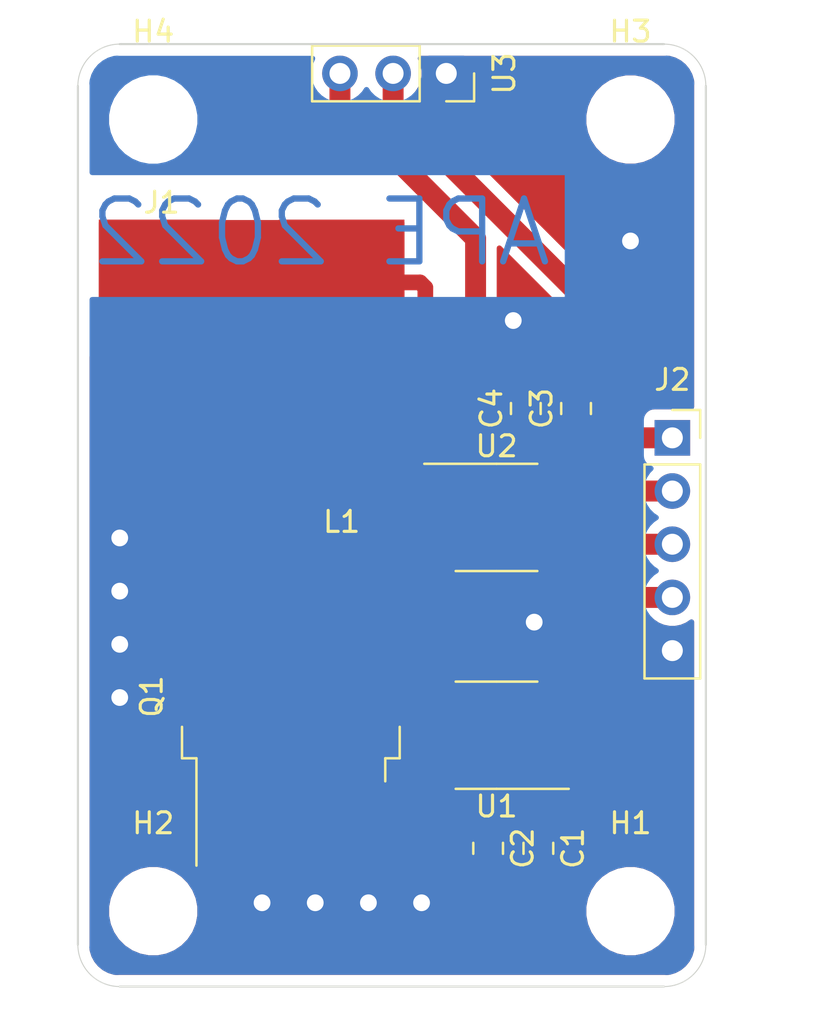
<source format=kicad_pcb>
(kicad_pcb (version 20211014) (generator pcbnew)
  (layers (0 "F.Cu" signal) (31 "B.Cu" signal) (34 "B.Paste" user) (35 "F.Paste" user) (36 "B.SilkS" user "B.Silkscreen") (37 "F.SilkS" user "F.Silkscreen") (38 "B.Mask" user) (39 "F.Mask" user) (44 "Edge.Cuts" user))
  (net 0 "")
  (net 1 "+12V")
  (net 2 "GND")
  (net 3 "Net-(Q1-Pad1)")
  (net 4 "Net-(U1-Pad1)")
  (net 5 "+3V3")
  (net 6 "Net-(Q1-Pad8)")
  (net 7 "IN_A")
  (net 8 "A_CUR")
  (net 9 "Net-(U2-Pad6)")
  (net 10 "A_TEMP")
  (net 11 "Net-(L1-Pad1)")
  (net 12 "Net-(U1-Pad5)")
  (net 13 "Net-(H1-Pad1)")
  (net 14 "Net-(H2-Pad1)")
  (net 15 "Net-(H3-Pad1)")
  (net 16 "Net-(H4-Pad1)")
  (footprint "Capacitor_SMD:C_0805_2012Metric_Pad1.15x1.40mm_HandSolder" (layer "F.Cu") (at 129.6 128.8 -90)
    (fp_text reference "C1" (at 0 -1.65 90) (layer "F.SilkS"))
    (fp_text value ".1 uF")
    (fp_line (start -0.261252 -0.71) (end 0.261252 -0.71) (layer "F.SilkS") (width 0.12))
    (fp_line (start -0.261252 0.71) (end 0.261252 0.71) (layer "F.SilkS") (width 0.12))
    (pad "1" smd roundrect locked (at -1.025 0 270) (size 1.15 1.4) (layers "F.Cu" "F.Paste" "F.Mask") (roundrect_rratio 0.217391) (net 1 "+12V"))
    (pad "2" smd roundrect locked (at 1.025 0 270) (size 1.15 1.4) (layers "F.Cu" "F.Paste" "F.Mask") (roundrect_rratio 0.217391) (net 2 "GND"))
  )
  (footprint "Capacitor_SMD:C_0805_2012Metric_Pad1.15x1.40mm_HandSolder" (layer "F.Cu") (at 127.2 128.8 -90)
    (fp_text reference "C2" (at 0 -1.65 90) (layer "F.SilkS"))
    (fp_text value "1 uF")
    (fp_line (start -0.261252 0.71) (end 0.261252 0.71) (layer "F.SilkS") (width 0.12))
    (fp_line (start -0.261252 -0.71) (end 0.261252 -0.71) (layer "F.SilkS") (width 0.12))
    (pad "1" smd roundrect locked (at -1.025 0 270) (size 1.15 1.4) (layers "F.Cu" "F.Paste" "F.Mask") (roundrect_rratio 0.217391) (net 1 "+12V"))
    (pad "2" smd roundrect locked (at 1.025 0 270) (size 1.15 1.4) (layers "F.Cu" "F.Paste" "F.Mask") (roundrect_rratio 0.217391) (net 2 "GND"))
  )
  (footprint "Capacitor_SMD:C_0805_2012Metric_Pad1.15x1.40mm_HandSolder" (layer "F.Cu") (at 131.4 107.8 90)
    (fp_text reference "C3" (at 0 -1.65 90) (layer "F.SilkS"))
    (fp_text value ".1 uF")
    (fp_line (start -0.261252 -0.71) (end 0.261252 -0.71) (layer "F.SilkS") (width 0.12))
    (fp_line (start -0.261252 0.71) (end 0.261252 0.71) (layer "F.SilkS") (width 0.12))
    (pad "1" smd roundrect locked (at -1.025 0 90) (size 1.15 1.4) (layers "F.Cu" "F.Paste" "F.Mask") (roundrect_rratio 0.217391) (net 5 "+3V3"))
    (pad "2" smd roundrect locked (at 1.025 0 90) (size 1.15 1.4) (layers "F.Cu" "F.Paste" "F.Mask") (roundrect_rratio 0.217391) (net 2 "GND"))
  )
  (footprint "Capacitor_SMD:C_0805_2012Metric_Pad1.15x1.40mm_HandSolder" (layer "F.Cu") (at 129 107.8 90)
    (fp_text reference "C4" (at 0 -1.65 90) (layer "F.SilkS"))
    (fp_text value "1 uF")
    (fp_line (start -0.261252 0.71) (end 0.261252 0.71) (layer "F.SilkS") (width 0.12))
    (fp_line (start -0.261252 -0.71) (end 0.261252 -0.71) (layer "F.SilkS") (width 0.12))
    (pad "1" smd roundrect locked (at -1.025 0 90) (size 1.15 1.4) (layers "F.Cu" "F.Paste" "F.Mask") (roundrect_rratio 0.217391) (net 5 "+3V3"))
    (pad "2" smd roundrect locked (at 1.025 0 90) (size 1.15 1.4) (layers "F.Cu" "F.Paste" "F.Mask") (roundrect_rratio 0.217391) (net 2 "GND"))
  )
  (footprint "MountingHole:MountingHole_3.2mm_M3" (layer "F.Cu") (at 134 131.8)
    (fp_text reference "H1" (at 0 -4.2) (layer "F.SilkS"))
    (fp_text value "MountingHole_Pad")
    (pad "" np_thru_hole circle locked (at 0 0) (size 3.2 3.2) (drill 3.2) (layers *.Cu *.Mask) (net 13 "Net-(H1-Pad1)"))
  )
  (footprint "MountingHole:MountingHole_3.2mm_M3" (layer "F.Cu") (at 111.2 131.8)
    (fp_text reference "H2" (at 0 -4.2) (layer "F.SilkS"))
    (fp_text value "MountingHole_Pad")
    (pad "" np_thru_hole circle locked (at 0 0) (size 3.2 3.2) (drill 3.2) (layers *.Cu *.Mask) (net 14 "Net-(H2-Pad1)"))
  )
  (footprint "MountingHole:MountingHole_3.2mm_M3" (layer "F.Cu") (at 134 94)
    (fp_text reference "H3" (at 0 -4.2) (layer "F.SilkS"))
    (fp_text value "MountingHole_Pad")
    (pad "" np_thru_hole circle locked (at 0 0) (size 3.2 3.2) (drill 3.2) (layers *.Cu *.Mask) (net 15 "Net-(H3-Pad1)"))
  )
  (footprint "MountingHole:MountingHole_3.2mm_M3" (layer "F.Cu") (at 111.2 94)
    (fp_text reference "H4" (at 0 -4.2) (layer "F.SilkS"))
    (fp_text value "MountingHole_Pad")
    (pad "" np_thru_hole circle locked (at 0 0) (size 3.2 3.2) (drill 3.2) (layers *.Cu *.Mask) (net 16 "Net-(H4-Pad1)"))
  )
  (footprint "te:2x6mmsquare" (layer "F.Cu") (at 111.6 101.78)
    (fp_text reference "J1" (at 0 -3.81) (layer "F.SilkS"))
    (fp_text value "Conn_01x02_Female")
    (pad "1" smd rect locked (at 0 0) (size 6 6) (layers "F.Cu" "F.Mask") (net 1 "+12V"))
    (pad "2" smd rect locked (at 0 7.62) (size 6 6) (layers "F.Cu" "F.Mask") (net 2 "GND"))
  )
  (footprint "Connector_PinSocket_2.54mm:PinSocket_1x05_P2.54mm_Vertical" (layer "F.Cu") (at 136 109.2)
    (fp_text reference "J2" (at 0 -2.77) (layer "F.SilkS"))
    (fp_text value "Conn_01x05_Male")
    (fp_line (start 1.33 1.27) (end 1.33 11.49) (layer "F.SilkS") (width 0.12))
    (fp_line (start 1.33 -1.33) (end 1.33 0) (layer "F.SilkS") (width 0.12))
    (fp_line (start -1.33 1.27) (end 1.33 1.27) (layer "F.SilkS") (width 0.12))
    (fp_line (start -1.33 11.49) (end 1.33 11.49) (layer "F.SilkS") (width 0.12))
    (fp_line (start -1.33 1.27) (end -1.33 11.49) (layer "F.SilkS") (width 0.12))
    (fp_line (start 0 -1.33) (end 1.33 -1.33) (layer "F.SilkS") (width 0.12))
    (pad "1" thru_hole rect locked (at 0 0) (size 1.7 1.7) (drill 1) (layers *.Cu *.Mask) (net 10 "A_TEMP"))
    (pad "2" thru_hole oval locked (at 0 2.54) (size 1.7 1.7) (drill 1) (layers *.Cu *.Mask) (net 5 "+3V3"))
    (pad "3" thru_hole oval locked (at 0 5.08) (size 1.7 1.7) (drill 1) (layers *.Cu *.Mask) (net 8 "A_CUR"))
    (pad "4" thru_hole oval locked (at 0 7.62) (size 1.7 1.7) (drill 1) (layers *.Cu *.Mask) (net 7 "IN_A"))
    (pad "5" thru_hole oval locked (at 0 10.16) (size 1.7 1.7) (drill 1) (layers *.Cu *.Mask) (net 2 "GND"))
  )
  (footprint "Package_TO_SOT_SMD:TO-263-7_TabPin8" (layer "F.Cu") (at 117.775 121.55 90)
    (fp_text reference "Q1" (at 0 -6.65 90) (layer "F.SilkS"))
    (fp_text value "C3M0065090J")
    (fp_line (start -2.95 -5.2) (end -2.95 -4.51) (layer "F.SilkS") (width 0.12))
    (fp_line (start -2.95 4.51) (end -4.05 4.51) (layer "F.SilkS") (width 0.12))
    (fp_line (start -2.95 5.2) (end -2.95 4.51) (layer "F.SilkS") (width 0.12))
    (fp_line (start -1.45 5.2) (end -2.95 5.2) (layer "F.SilkS") (width 0.12))
    (fp_line (start -1.45 -5.2) (end -2.95 -5.2) (layer "F.SilkS") (width 0.12))
    (fp_line (start -2.95 -4.51) (end -8.075 -4.51) (layer "F.SilkS") (width 0.12))
    (pad "1" smd rect locked (at -5.775 -3.81 90) (size 4.6 0.8) (layers "F.Cu" "F.Paste" "F.Mask") (net 3 "Net-(Q1-Pad1)"))
    (pad "2" smd rect locked (at -5.775 -2.54 90) (size 4.6 0.8) (layers "F.Cu" "F.Paste" "F.Mask") (net 2 "GND"))
    (pad "3" smd rect locked (at -5.775 -1.27 90) (size 4.6 0.8) (layers "F.Cu" "F.Paste" "F.Mask") (net 2 "GND"))
    (pad "4" smd rect locked (at -5.775 0 90) (size 4.6 0.8) (layers "F.Cu" "F.Paste" "F.Mask") (net 2 "GND"))
    (pad "5" smd rect locked (at -5.775 1.27 90) (size 4.6 0.8) (layers "F.Cu" "F.Paste" "F.Mask") (net 2 "GND"))
    (pad "6" smd rect locked (at -5.775 2.54 90) (size 4.6 0.8) (layers "F.Cu" "F.Paste" "F.Mask") (net 2 "GND"))
    (pad "7" smd rect locked (at -5.775 3.81 90) (size 4.6 0.8) (layers "F.Cu" "F.Paste" "F.Mask") (net 2 "GND"))
    (pad "8" smd rect locked (at 3.375 0 90) (size 9.4 10.8) (layers "F.Cu" "F.Mask") (net 6 "Net-(Q1-Pad8)"))
  )
  (footprint "Package_SO:SOIC-8_3.9x4.9mm_P1.27mm" (layer "F.Cu") (at 127.6 113)
    (fp_text reference "U2" (at 0 -3.4) (layer "F.SilkS"))
    (fp_text value "TMCS1107A1BQDR")
    (fp_line (start 0 -2.56) (end -3.45 -2.56) (layer "F.SilkS") (width 0.12))
    (fp_line (start 0 -2.56) (end 1.95 -2.56) (layer "F.SilkS") (width 0.12))
    (fp_line (start 0 2.56) (end 1.95 2.56) (layer "F.SilkS") (width 0.12))
    (fp_line (start 0 2.56) (end -1.95 2.56) (layer "F.SilkS") (width 0.12))
    (pad "1" smd roundrect locked (at -2.475 -1.905) (size 1.95 0.6) (layers "F.Cu" "F.Paste" "F.Mask") (net 11 "Net-(L1-Pad1)"))
    (pad "2" smd roundrect locked (at -2.475 -0.635) (size 1.95 0.6) (layers "F.Cu" "F.Paste" "F.Mask") (net 11 "Net-(L1-Pad1)"))
    (pad "3" smd roundrect locked (at -2.475 0.635) (size 1.95 0.6) (layers "F.Cu" "F.Paste" "F.Mask") (net 6 "Net-(Q1-Pad8)"))
    (pad "4" smd roundrect locked (at -2.475 1.905) (size 1.95 0.6) (layers "F.Cu" "F.Paste" "F.Mask") (net 6 "Net-(Q1-Pad8)"))
    (pad "5" smd roundrect locked (at 2.475 1.905) (size 1.95 0.6) (layers "F.Cu" "F.Paste" "F.Mask") (net 2 "GND"))
    (pad "6" smd roundrect locked (at 2.475 0.635) (size 1.95 0.6) (layers "F.Cu" "F.Paste" "F.Mask") (net 9 "Net-(U2-Pad6)"))
    (pad "7" smd roundrect locked (at 2.475 -0.635) (size 1.95 0.6) (layers "F.Cu" "F.Paste" "F.Mask") (net 8 "A_CUR"))
    (pad "8" smd roundrect locked (at 2.475 -1.905) (size 1.95 0.6) (layers "F.Cu" "F.Paste" "F.Mask") (net 5 "+3V3"))
  )
  (footprint "Connector_PinSocket_2.54mm:PinSocket_1x03_P2.54mm_Vertical" (layer "F.Cu") (at 125.2 91.8 -90)
    (fp_text reference "U3" (at 0 -2.77 90) (layer "F.SilkS"))
    (fp_text value "DS18B20")
    (fp_line (start -1.33 6.41) (end 1.33 6.41) (layer "F.SilkS") (width 0.12))
    (fp_line (start -1.33 1.27) (end -1.33 6.41) (layer "F.SilkS") (width 0.12))
    (fp_line (start 1.33 -1.33) (end 1.33 0) (layer "F.SilkS") (width 0.12))
    (fp_line (start 1.33 1.27) (end 1.33 6.41) (layer "F.SilkS") (width 0.12))
    (fp_line (start -1.33 1.27) (end 1.33 1.27) (layer "F.SilkS") (width 0.12))
    (fp_line (start 0 -1.33) (end 1.33 -1.33) (layer "F.SilkS") (width 0.12))
    (pad "1" thru_hole rect locked (at 0 0 270) (size 1.7 1.7) (drill 1) (layers *.Cu *.Mask) (net 2 "GND"))
    (pad "2" thru_hole oval locked (at 0 2.54 270) (size 1.7 1.7) (drill 1) (layers *.Cu *.Mask) (net 10 "A_TEMP"))
    (pad "3" thru_hole oval locked (at 0 5.08 270) (size 1.7 1.7) (drill 1) (layers *.Cu *.Mask) (net 5 "+3V3"))
  )
  (footprint "te:2x6mmsquare" (layer "F.Cu") (at 120.2 109.4 180)
    (fp_text reference "L1" (at 0 -3.81) (layer "F.SilkS"))
    (fp_text value "INDUCTOR")
    (pad "1" smd rect locked (at 0 0 180) (size 6 6) (layers "F.Cu" "F.Mask") (net 11 "Net-(L1-Pad1)"))
    (pad "2" smd rect locked (at 0 7.62 180) (size 6 6) (layers "F.Cu" "F.Mask") (net 1 "+12V"))
  )
  (footprint "Package_SO:SO-8_3.9x4.9mm_P1.27mm" (layer "F.Cu") (at 127.6 123.4 180)
    (fp_text reference "U1" (at 0 -3.4) (layer "F.SilkS"))
    (fp_text value "MCP14A0304xMNY")
    (fp_line (start 0 2.56) (end -1.95 2.56) (layer "F.SilkS") (width 0.12))
    (fp_line (start 0 2.56) (end 1.95 2.56) (layer "F.SilkS") (width 0.12))
    (fp_line (start 0 -2.56) (end -3.45 -2.56) (layer "F.SilkS") (width 0.12))
    (fp_line (start 0 -2.56) (end 1.95 -2.56) (layer "F.SilkS") (width 0.12))
    (pad "1" smd roundrect locked (at -2.575 -1.905 180) (size 1.75 0.6) (layers "F.Cu" "F.Paste" "F.Mask") (net 4 "Net-(U1-Pad1)"))
    (pad "2" smd roundrect locked (at -2.575 -0.635 180) (size 1.75 0.6) (layers "F.Cu" "F.Paste" "F.Mask") (net 7 "IN_A"))
    (pad "3" smd roundrect locked (at -2.575 0.635 180) (size 1.75 0.6) (layers "F.Cu" "F.Paste" "F.Mask") (net 2 "GND"))
    (pad "4" smd roundrect locked (at -2.575 1.905 180) (size 1.75 0.6) (layers "F.Cu" "F.Paste" "F.Mask") (net 2 "GND"))
    (pad "5" smd roundrect locked (at 2.575 1.905 180) (size 1.75 0.6) (layers "F.Cu" "F.Paste" "F.Mask") (net 12 "Net-(U1-Pad5)"))
    (pad "6" smd roundrect locked (at 2.575 0.635 180) (size 1.75 0.6) (layers "F.Cu" "F.Paste" "F.Mask") (net 1 "+12V"))
    (pad "7" smd roundrect locked (at 2.575 -0.635 180) (size 1.75 0.6) (layers "F.Cu" "F.Paste" "F.Mask") (net 3 "Net-(Q1-Pad1)"))
    (pad "8" smd roundrect locked (at 2.575 -1.905 180) (size 1.75 0.6) (layers "F.Cu" "F.Paste" "F.Mask") (net 2 "GND"))
  )
  (gr_arc (start 109.6 135.4) (mid 108.185786 134.814214) (end 107.6 133.4) (layer "Edge.Cuts") (width 0.05))
  (gr_line (start 107.6 133.4) (end 107.6 92.4) (layer "Edge.Cuts") (width 0.1))
  (gr_line (start 135.6 135.4) (end 109.6 135.4) (layer "Edge.Cuts") (width 0.1))
  (gr_arc (start 137.6 133.4) (mid 137.014214 134.814214) (end 135.6 135.4) (layer "Edge.Cuts") (width 0.05))
  (gr_arc (start 135.6 90.4) (mid 137.014214 90.985786) (end 137.6 92.4) (layer "Edge.Cuts") (width 0.05))
  (gr_line (start 137.6 92.4) (end 137.6 133.4) (layer "Edge.Cuts") (width 0.1))
  (gr_arc (start 107.6 92.4) (mid 108.185786 90.985786) (end 109.6 90.4) (layer "Edge.Cuts") (width 0.05))
  (gr_line (start 109.6 90.4) (end 135.6 90.4) (layer "Edge.Cuts") (width 0.1))
  (gr_text "APE 2022" (at 119.2 99.4) (layer "B.Cu") (effects (font (size 3 3) (thickness 0.3)) (justify mirror)))
  (segment (start 125.025 122.765) (end 125.947214 122.765) (width 0.75) (layer "F.Cu") (net 1))
  (segment (start 126.88141 121.830804) (end 125.947214 122.765) (width 0.75) (layer "F.Cu") (net 1))
  (segment (start 127.2 127.2) (end 127.2 127.775) (width 0.75) (layer "F.Cu") (net 1))
  (segment (start 120.2 101.78) (end 123.95 101.78) (width 0.75) (layer "F.Cu") (net 1))
  (segment (start 125.947214 122.765) (end 127.2 124.017786) (width 0.75) (layer "F.Cu") (net 1))
  (segment (start 126.88141 110.559196) (end 126.88141 121.830804) (width 0.75) (layer "F.Cu") (net 1))
  (segment (start 125.947214 122.765) (end 125.9 122.765) (width 0.75) (layer "F.Cu") (net 1))
  (segment (start 127.2 124.017786) (end 127.2 127.2) (width 0.75) (layer "F.Cu") (net 1))
  (segment (start 123.95 101.78) (end 124.2 102.03) (width 0.75) (layer "F.Cu") (net 1))
  (segment (start 125.9 122.765) (end 125.025 122.765) (width 0.75) (layer "F.Cu") (net 1))
  (segment (start 124.2 102.03) (end 124.2 107.877786) (width 0.75) (layer "F.Cu") (net 1))
  (segment (start 124.2 107.877786) (end 126.88141 110.559196) (width 0.75) (layer "F.Cu") (net 1))
  (segment (start 129.6 127.775) (end 127.2 127.775) (width 1) (layer "F.Cu") (net 1))
  (via (at 116.4 131.4) (size 1.6) (drill 0.8) (layers "F.Cu" "B.Cu") (net 2))
  (via (at 118.94 131.4) (size 1.6) (drill 0.8) (layers "F.Cu" "B.Cu") (net 2))
  (via (at 121.48 131.4) (size 1.6) (drill 0.8) (layers "F.Cu" "B.Cu") (net 2))
  (via (at 124.02 131.4) (size 1.6) (drill 0.8) (layers "F.Cu" "B.Cu") (net 2))
  (via (at 109.6 119.06) (size 1.6) (drill 0.8) (layers "F.Cu" "B.Cu") (net 2))
  (via (at 109.6 121.6) (size 1.6) (drill 0.8) (layers "F.Cu" "B.Cu") (net 2))
  (via (at 109.6 113.98) (size 1.6) (drill 0.8) (layers "F.Cu" "B.Cu") (net 2))
  (via (at 109.6 116.52) (size 1.6) (drill 0.8) (layers "F.Cu" "B.Cu") (net 2))
  (via (at 128.4 103.6) (size 1.6) (drill 0.8) (layers "F.Cu" "B.Cu") (net 2))
  (via (at 134 99.8) (size 1.6) (drill 0.8) (layers "F.Cu" "B.Cu") (net 2))
  (via (at 129.4 118) (size 1.6) (drill 0.8) (layers "F.Cu" "B.Cu") (net 2))
  (segment (start 125.025 124.035) (end 114.205 124.035) (width 0.75) (layer "F.Cu") (net 3))
  (segment (start 113.965 124.275) (end 113.965 127.325) (width 0.75) (layer "F.Cu") (net 3))
  (segment (start 114.205 124.035) (end 113.965 124.275) (width 0.75) (layer "F.Cu") (net 3))
  (segment (start 122.24 95.32) (end 120.12 95.32) (width 1) (layer "F.Cu") (net 5))
  (segment (start 129 108.825) (end 128.3 108.825) (width 1) (layer "F.Cu") (net 5))
  (segment (start 120.12 95.32) (end 120.12 91.8) (width 1) (layer "F.Cu") (net 5))
  (segment (start 126.6 99.68) (end 122.24 95.32) (width 1) (layer "F.Cu") (net 5))
  (segment (start 131.4 108.825) (end 129 108.825) (width 0.75) (layer "F.Cu") (net 5))
  (segment (start 130.075 111.095) (end 130.075 110.15) (width 0.75) (layer "F.Cu") (net 5))
  (segment (start 126.6 107.125) (end 126.6 99.68) (width 1) (layer "F.Cu") (net 5))
  (segment (start 131.4 108.825) (end 134.315 111.74) (width 1) (layer "F.Cu") (net 5))
  (segment (start 128.825 108.825) (end 129 108.825) (width 1) (layer "F.Cu") (net 5))
  (segment (start 128.3 108.825) (end 126.6 107.125) (width 1) (layer "F.Cu") (net 5))
  (segment (start 134.315 111.74) (end 136 111.74) (width 1) (layer "F.Cu") (net 5))
  (segment (start 131.775 109.2) (end 131.4 108.825) (width 1) (layer "F.Cu") (net 5))
  (segment (start 130.075 110.15) (end 131.4 108.825) (width 0.75) (layer "F.Cu") (net 5))
  (segment (start 133.78 116.82) (end 136 116.82) (width 1) (layer "F.Cu") (net 7))
  (segment (start 132.6 122.70899) (end 132.6 118) (width 1) (layer "F.Cu") (net 7))
  (segment (start 132.6 118) (end 133.78 116.82) (width 1) (layer "F.Cu") (net 7))
  (segment (start 130.175 124.035) (end 131.27399 124.035) (width 1) (layer "F.Cu") (net 7))
  (segment (start 131.27399 124.035) (end 132.6 122.70899) (width 1) (layer "F.Cu") (net 7))
  (segment (start 133.28 114.28) (end 131.8 112.8) (width 1) (layer "F.Cu") (net 8))
  (segment (start 131.70899 112.8) (end 131.2854 112.37641) (width 1) (layer "F.Cu") (net 8))
  (segment (start 131.2854 112.37641) (end 130.075 112.37641) (width 1) (layer "F.Cu") (net 8))
  (segment (start 131.8 112.8) (end 131.70899 112.8) (width 1) (layer "F.Cu") (net 8))
  (segment (start 136 114.28) (end 133.28 114.28) (width 1) (layer "F.Cu") (net 8))
  (segment (start 133.4 108.6) (end 134 109.2) (width 1) (layer "F.Cu") (net 10))
  (segment (start 122.66 91.8) (end 122.66 93.46) (width 1) (layer "F.Cu") (net 10))
  (segment (start 122.66 93.46) (end 133.4 104.2) (width 1) (layer "F.Cu") (net 10))
  (segment (start 134 109.2) (end 136 109.2) (width 1) (layer "F.Cu") (net 10))
  (segment (start 133.4 104.2) (end 133.4 108.6) (width 1) (layer "F.Cu") (net 10))
  (zone (net 2) (net_name "GND") (layer "F.Cu") (connect_pads yes (clearance 0.508)) (min_thickness 0.254) (fill yes (thermal_gap 0.508) (thermal_bridge_width 0.508))
    (polygon (pts (xy 140.2 136.4) (xy 105.6 136.1) (xy 106.4 89.8) (xy 139.4 89.6)))
  )
  (zone (net 0) (net_name "") (layer "F.Cu") (connect_pads yes (clearance 0)) (min_thickness 0.254)
    (keepout (tracks not_allowed) (vias not_allowed) (pads allowed) (copperpour not_allowed) (footprints allowed))
    (fill (thermal_gap 0.508) (thermal_bridge_width 0.508))
    (polygon (pts (xy 132.4 114.6) (xy 133 115) (xy 134.8 115) (xy 135.2 115.4) (xy 135.6 115.6) (xy 134.8 115.8) (xy 134.8 116.2) (xy 133.2 116.2) (xy 131.6 117.8) (xy 131.4 114.4) (xy 131.6 113.8)))
  )
  (zone (net 11) (net_name "Net-(L1-Pad1)") (layer "F.Cu") (priority 1) (connect_pads yes (clearance 0.508)) (min_thickness 0.254) (fill yes (thermal_gap 0.508) (thermal_bridge_width 0.508))
    (polygon (pts (xy 124.2 110.6) (xy 126.2 110.6) (xy 126.2 112.6) (xy 117.2 112.4) (xy 117.2 106.2) (xy 123.2 106.2)))
  )
  (zone (net 1) (net_name "+12V") (layer "F.Cu") (priority 1) (connect_pads yes (clearance 0.508)) (min_thickness 0.254) (fill yes (thermal_gap 0.508) (thermal_bridge_width 0.508))
    (polygon (pts (xy 123.2 104.8) (xy 108.6 104.8) (xy 108.6 98.8) (xy 123.2 98.8)))
  )
  (zone (net 0) (net_name "") (layer "F.Cu") (connect_pads yes (clearance 0)) (min_thickness 0.254)
    (keepout (tracks not_allowed) (vias not_allowed) (pads allowed) (copperpour not_allowed) (footprints allowed))
    (fill (thermal_gap 0.508) (thermal_bridge_width 0.508))
    (polygon (pts (xy 123.4 106.2) (xy 117.2 106.2) (xy 117 112.6) (xy 114.8 112.8) (xy 114.8 105) (xy 123.4 105)))
  )
  (zone (net 6) (net_name "Net-(Q1-Pad8)") (layer "F.Cu") (priority 1) (connect_pads yes (clearance 0.508)) (min_thickness 0.254) (fill yes (thermal_gap 0.508) (thermal_bridge_width 0.508))
    (polygon (pts (xy 126.2 115.4) (xy 124 115.4) (xy 123.2 122.8) (xy 112.4 122.8) (xy 112.4 113.4) (xy 123.2 113.4) (xy 124.2 113.2) (xy 126.2 113.2)))
  )
  (zone (net 0) (net_name "") (layer "F.Cu") (connect_pads yes (clearance 0)) (min_thickness 0.254)
    (keepout (tracks not_allowed) (vias not_allowed) (pads allowed) (copperpour not_allowed) (footprints allowed))
    (fill (thermal_gap 0.508) (thermal_bridge_width 0.508))
    (polygon (pts (xy 125.6 99.8) (xy 125.8 99.8) (xy 125.8 107.4) (xy 127.8 109.6) (xy 128.8 110.4) (xy 128.6 114.2) (xy 127.6 114.2) (xy 127.6 110.4) (xy 127 109.8) (xy 124.8 107.4) (xy 124.8 101.6) (xy 124 101) (xy 124 98)))
  )
  (zone (net 2) (net_name "GND") (layer "B.Cu") (priority 1) (connect_pads yes (clearance 0.508)) (min_thickness 0.254) (fill yes (thermal_gap 0.508) (thermal_bridge_width 0.508))
    (polygon (pts (xy 141 137.2) (xy 105.1 136.9) (xy 105.6 88.6) (xy 140.4 88.6)))
  )
)
</source>
